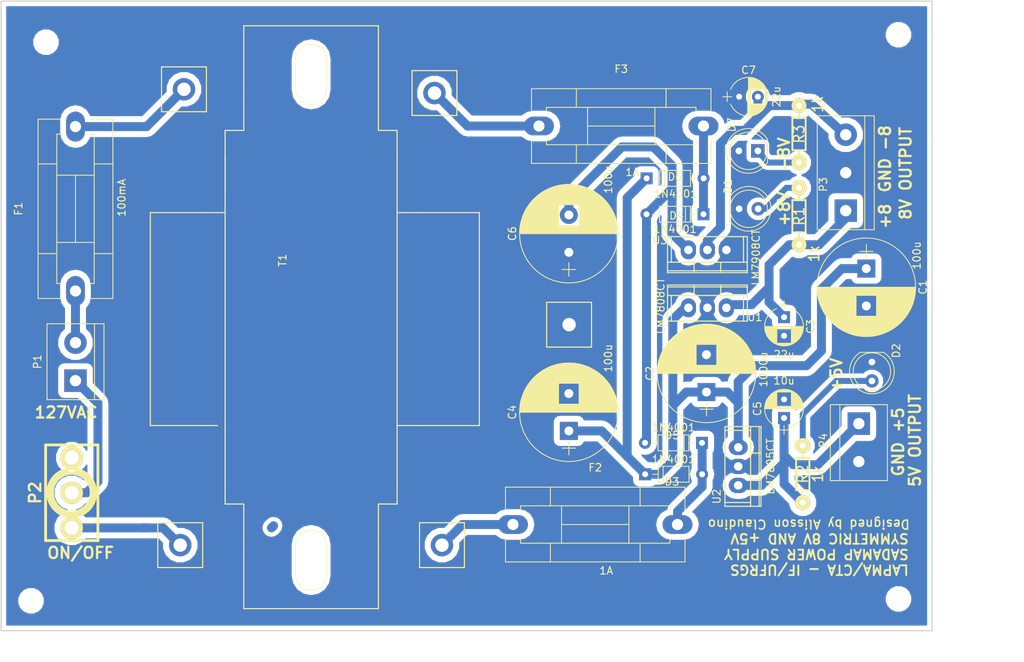
<source format=kicad_pcb>
(kicad_pcb (version 4) (host pcbnew 4.0.7-e2-6376~58~ubuntu14.04.1)
  (title_block (title "SADAMAP Power Supply") (date 2018-01-29) (rev v1) (company "LAPMA/CTA - IF/UFRGS") (comment 1 "The transformer 12+12 should have 800mA minimum current") (comment 2 "All resistores are 1/4W") (comment 3 "Projected and Designed by: Alisson Claudino"))
  (layers (0 F.Cu signal) (31 B.Cu signal) (34 B.Paste user) (35 F.Paste user) (36 B.SilkS user) (37 F.SilkS user) (38 B.Mask user) (39 F.Mask user) (44 Edge.Cuts user))
  (net 0 "")
  (net 1 +12V)
  (net 2 GND)
  (net 3 +8V)
  (net 4 +5V)
  (net 5 -12V)
  (net 6 -8V)
  (net 7 "Net-(D1-Pad2)")
  (net 8 "Net-(D2-Pad2)")
  (net 9 "Net-(D3-Pad1)")
  (net 10 "Net-(D4-Pad1)")
  (net 11 "Net-(D7-Pad1)")
  (net 12 "Net-(F1-Pad2)")
  (net 13 "Net-(F1-Pad1)")
  (net 14 "Net-(F2-Pad1)")
  (net 15 "Net-(F3-Pad1)")
  (net 16 "Net-(P1-Pad1)")
  (net 17 "Net-(P2-Pad1)")
  (module Mounting_Holes:MountingHole_2.2mm_M2 (layer F.Cu) (at 202.5 61.5 90)
    (fp_text reference REF** hide)
    (fp_text value MountingHole_2.2mm_M2 hide)
    (pad 1 np_thru_hole circle (at 0 0 90) (size 2.2 2.2) (drill 2.2) (layers *.Cu *.Mask))
  )
  (module Mounting_Holes:MountingHole_2.2mm_M2 (layer F.Cu) (at 202.5 137 90)
    (fp_text reference REF** hide)
    (fp_text value MountingHole_2.2mm_M2 hide)
    (pad 1 np_thru_hole circle (at 0 0 90) (size 2.2 2.2) (drill 2.2) (layers *.Cu *.Mask))
  )
  (module Mounting_Holes:MountingHole_2.2mm_M2 (layer F.Cu) (at 86.5 137.25 90)
    (fp_text reference REF** hide)
    (fp_text value MountingHole_2.2mm_M2 hide)
    (pad 1 np_thru_hole circle (at 0 0 90) (size 2.2 2.2) (drill 2.2) (layers *.Cu *.Mask))
  )
  (module Connectors:bornier3 (layer F.Cu) (at 195.444544 85.04264 90)
    (fp_text reference P3 (at 3.5 -3 90) (layer F.SilkS))
    (fp_text value "8V OUTPUT" (at 5 8 90) (layer F.SilkS) (effects (font (size 1.5 1.5) (thickness 0.3))))
    (pad 1 thru_hole rect (at 0 0 90) (size 3 3) (drill 1.52) (layers *.Mask B.Cu) (net 3 +8V))
    (pad 2 thru_hole circle (at 5.08 0 90) (size 3 3) (drill 1.52) (layers *.Mask B.Cu) (net 2 GND))
    (pad 3 thru_hole circle (at 10.16 0 90) (size 3 3) (drill 1.52) (layers *.Mask B.Cu) (net 6 -8V))
  )
  (module Connectors:bornier2 (layer F.Cu) (at 197.194543 113.542641 270)
    (fp_text reference P4 (at 2.25 4.75 270) (layer F.SilkS))
    (fp_text value "5V OUTPUT" (at 2.25 -7.5 270) (layer F.SilkS) (effects (font (size 1.5 1.5) (thickness 0.3))))
    (pad 1 thru_hole rect (at 0 0 270) (size 3 3) (drill 1.52) (layers *.Mask B.Cu) (net 4 +5V))
    (pad 2 thru_hole circle (at 5.08 0 270) (size 3 3) (drill 1.52) (layers *.Mask B.Cu) (net 2 GND))
  )
  (module Connectors:bornier2 (layer F.Cu) (at 92.444543 107.792641 90)
    (fp_text reference P1 (at 2.54 -5.08 90) (layer F.SilkS))
    (fp_text value 127VAC (at -4.25 -1.25 180) (layer F.SilkS) (effects (font (size 1.5 1.5) (thickness 0.3))))
    (pad 1 thru_hole rect (at 0 0 90) (size 3 3) (drill 1.52) (layers *.Mask B.Cu) (net 16 "Net-(P1-Pad1)"))
    (pad 2 thru_hole circle (at 5.08 0 90) (size 3 3) (drill 1.52) (layers *.Mask B.Cu) (net 13 "Net-(F1-Pad1)"))
  )
  (module w_pth_resistors:RC03 (layer F.Cu) (at 189.194544 85.792641 90)
    (fp_text reference R1 (at 0 0 90) (layer F.SilkS) (effects (font (size 1.397 1.27) (thickness 0.2032))))
    (fp_text value 1k (at -5 2 90) (layer F.SilkS) (effects (font (size 1.397 1.27) (thickness 0.2032))))
    (pad 1 thru_hole circle (at -3.81 0 90) (size 1.99898 1.99898) (drill 0.8001) (layers *.Mask B.Cu F.SilkS) (net 3 +8V))
    (pad 2 thru_hole circle (at 3.81 0 90) (size 1.99898 1.99898) (drill 0.8001) (layers *.Mask B.Cu F.SilkS) (net 7 "Net-(D1-Pad2)"))
  )
  (module w_pth_resistors:RC03 (layer F.Cu) (at 189.694544 120.29264 90)
    (fp_text reference R2 (at 0 0 90) (layer F.SilkS) (effects (font (size 1.397 1.27) (thickness 0.2032))))
    (fp_text value 1k (at 0 2 90) (layer F.SilkS) (effects (font (size 1.397 1.27) (thickness 0.2032))))
    (pad 1 thru_hole circle (at -3.81 0 90) (size 1.99898 1.99898) (drill 0.8001) (layers *.Mask B.Cu F.SilkS) (net 4 +5V))
    (pad 2 thru_hole circle (at 3.81 0 90) (size 1.99898 1.99898) (drill 0.8001) (layers *.Mask B.Cu F.SilkS) (net 8 "Net-(D2-Pad2)"))
  )
  (module w_pth_resistors:RC03 (layer F.Cu) (at 189.194544 74.79264 270)
    (fp_text reference R3 (at 0 0 270) (layer F.SilkS) (effects (font (size 1.397 1.27) (thickness 0.2032))))
    (fp_text value 1k (at -4 -2.5 270) (layer F.SilkS) (effects (font (size 1.397 1.27) (thickness 0.2032))))
    (pad 1 thru_hole circle (at -3.81 0 270) (size 1.99898 1.99898) (drill 0.8001) (layers *.Mask B.Cu F.SilkS) (net 6 -8V))
    (pad 2 thru_hole circle (at 3.81 0 270) (size 1.99898 1.99898) (drill 0.8001) (layers *.Mask B.Cu F.SilkS) (net 11 "Net-(D7-Pad1)"))
  )
  (module Diodes_THT:D_DO-35_SOD27_P7.62mm_Horizontal (layer F.Cu) (at 168.819543 80.717641)
    (fp_text reference D6 (at 3.8 -0.2) (layer F.SilkS))
    (fp_text value 1N4001 (at 3.8 6.8) (layer F.SilkS))
    (pad 1 thru_hole rect (at 0 0) (size 1.6 1.6) (drill 0.8) (layers *.Mask B.Cu) (net 1 +12V))
    (pad 2 thru_hole oval (at 7.62 0) (size 1.6 1.6) (drill 0.8) (layers *.Mask B.Cu) (net 10 "Net-(D4-Pad1)"))
  )
  (module Diodes_THT:D_DO-35_SOD27_P7.62mm_Horizontal (layer F.Cu) (at 168.619544 120.31764)
    (fp_text reference D5 (at 3.6 -5.2) (layer F.SilkS))
    (fp_text value 1N4001 (at 3.8 -2) (layer F.SilkS))
    (pad 1 thru_hole rect (at 0 0) (size 1.6 1.6) (drill 0.8) (layers *.Mask B.Cu) (net 1 +12V))
    (pad 2 thru_hole oval (at 7.62 0) (size 1.6 1.6) (drill 0.8) (layers *.Mask B.Cu) (net 9 "Net-(D3-Pad1)"))
  )
  (module Diodes_THT:D_DO-35_SOD27_P7.62mm_Horizontal (layer F.Cu) (at 176.419543 85.517641 180)
    (fp_text reference D4 (at 3.6 -0.2 180) (layer F.SilkS))
    (fp_text value 1N4001 (at 3.725 2.725 180) (layer F.SilkS))
    (pad 1 thru_hole rect (at 0 0 180) (size 1.6 1.6) (drill 0.8) (layers *.Mask B.Cu) (net 10 "Net-(D4-Pad1)"))
    (pad 2 thru_hole oval (at 7.62 0 180) (size 1.6 1.6) (drill 0.8) (layers *.Mask B.Cu) (net 5 -12V))
  )
  (module Diodes_THT:D_DO-35_SOD27_P7.62mm_Horizontal (layer F.Cu) (at 176.219544 116.11764 180)
    (fp_text reference D3 (at 4 -5.2 180) (layer F.SilkS))
    (fp_text value 1N4001 (at 3.81 2.06 180) (layer F.SilkS))
    (pad 1 thru_hole rect (at 0 0 180) (size 1.6 1.6) (drill 0.8) (layers *.Mask B.Cu) (net 9 "Net-(D3-Pad1)"))
    (pad 2 thru_hole oval (at 7.62 0 180) (size 1.6 1.6) (drill 0.8) (layers *.Mask B.Cu) (net 5 -12V))
  )
  (module LEDs:LED_D5.0mm (layer F.Cu) (at 183.694543 77.042641 180)
    (fp_text reference D7 (at 3.5 3.5 270) (layer F.SilkS))
    (fp_text value -8V (at -3.5 -0.5 270) (layer F.SilkS) (effects (font (size 1.5 1.5) (thickness 0.3))))
    (pad 1 thru_hole rect (at 0 0 180) (size 1.8 1.8) (drill 0.9) (layers *.Mask B.Cu) (net 11 "Net-(D7-Pad1)"))
    (pad 2 thru_hole circle (at 2.54 0 180) (size 1.8 1.8) (drill 0.9) (layers *.Mask B.Cu) (net 2 GND))
  )
  (module LEDs:LED_D5.0mm (layer F.Cu) (at 198.944544 105.292641 270)
    (fp_text reference D2 (at -1.5 -3.25 270) (layer F.SilkS))
    (fp_text value +5V (at 1.75 4.75 270) (layer F.SilkS) (effects (font (size 1.5 1.5) (thickness 0.3))))
    (pad 1 thru_hole rect (at 0 0 270) (size 1.8 1.8) (drill 0.9) (layers *.Mask B.Cu) (net 2 GND))
    (pad 2 thru_hole circle (at 2.54 0 270) (size 1.8 1.8) (drill 0.9) (layers *.Mask B.Cu) (net 8 "Net-(D2-Pad2)"))
  )
  (module LEDs:LED_D5.0mm (layer F.Cu) (at 181.194544 84.792641)
    (fp_text reference D1 (at -1.5 -3 90) (layer F.SilkS))
    (fp_text value +8V (at 6 0 90) (layer F.SilkS) (effects (font (size 1.5 1.5) (thickness 0.3))))
    (pad 1 thru_hole rect (at 0 0) (size 1.8 1.8) (drill 0.9) (layers *.Mask B.Cu) (net 2 GND))
    (pad 2 thru_hole circle (at 2.54 0) (size 1.8 1.8) (drill 0.9) (layers *.Mask B.Cu) (net 7 "Net-(D1-Pad2)"))
  )
  (module w_switch:switch_100sp5 (layer F.Cu) (at 91.944544 122.792641 90)
    (fp_text reference P2 (at 0 -4.89966 90) (layer F.SilkS) (effects (font (thickness 0.3048))))
    (fp_text value ON/OFF (at -8.05 1.175 180) (layer F.SilkS) (effects (font (size 1.5 1.5) (thickness 0.3048))))
    (pad 1 thru_hole circle (at -4.699 0 90) (size 2.9972 2.9972) (drill 1.84658) (layers *.Mask B.Cu F.SilkS) (net 17 "Net-(P2-Pad1)"))
    (pad 2 thru_hole circle (at 0 0 90) (size 2.9972 2.9972) (drill 1.84658) (layers *.Mask B.Cu F.SilkS) (net 16 "Net-(P1-Pad1)"))
    (pad 3 thru_hole circle (at 4.699 0 90) (size 2.9972 2.9972) (drill 1.84658) (layers *.Mask B.Cu F.SilkS))
  )
  (module Capacitors_THT:CP_Radial_D13.0mm_P5.00mm (layer F.Cu) (at 176.819544 109.31764 90)
    (fp_text reference C2 (at 2.5 -7.56 90) (layer F.SilkS))
    (fp_text value 1000u (at 3.025 7.625 90) (layer F.SilkS))
    (pad 1 thru_hole rect (at 0 0 90) (size 2.4 2.4) (drill 1.2) (layers *.Mask B.Cu) (net 1 +12V))
    (pad 2 thru_hole circle (at 5 0 90) (size 2.4 2.4) (drill 1.2) (layers *.Mask B.Cu) (net 2 GND))
  )
  (module Capacitors_THT:CP_Radial_D13.0mm_P5.00mm (layer F.Cu) (at 198.194544 92.79264 270)
    (fp_text reference C1 (at 2.5 -7.56 270) (layer F.SilkS))
    (fp_text value 100u (at -1.75 -6.75 270) (layer F.SilkS))
    (pad 1 thru_hole rect (at 0 0 270) (size 2.4 2.4) (drill 1.2) (layers *.Mask B.Cu) (net 1 +12V))
    (pad 2 thru_hole circle (at 5 0 270) (size 2.4 2.4) (drill 1.2) (layers *.Mask B.Cu) (net 2 GND))
  )
  (module Capacitors_THT:CP_Radial_D13.0mm_P5.00mm (layer F.Cu) (at 158.419544 114.517641 90)
    (fp_text reference C4 (at 2.5 -7.56 90) (layer F.SilkS))
    (fp_text value 100u (at 9.725 5.275 90) (layer F.SilkS))
    (pad 1 thru_hole rect (at 0 0 90) (size 2.4 2.4) (drill 1.2) (layers *.Mask B.Cu) (net 1 +12V))
    (pad 2 thru_hole circle (at 5 0 90) (size 2.4 2.4) (drill 1.2) (layers *.Mask B.Cu) (net 2 GND))
  )
  (module Capacitors_THT:CP_Radial_D13.0mm_P5.00mm (layer F.Cu) (at 158.419544 90.617641 90)
    (fp_text reference C6 (at 2.5 -7.56 90) (layer F.SilkS))
    (fp_text value 100u (at 9.725 5.275 90) (layer F.SilkS))
    (pad 1 thru_hole rect (at 0 0 90) (size 2.4 2.4) (drill 1.2) (layers *.Mask B.Cu) (net 2 GND))
    (pad 2 thru_hole circle (at 5 0 90) (size 2.4 2.4) (drill 1.2) (layers *.Mask B.Cu) (net 5 -12V))
  )
  (module Power_Integrations:TO-220 (layer F.Cu) (at 176.944544 98.042641)
    (fp_text reference U1 (at 6.35 1.27) (layer F.SilkS))
    (fp_text value LM7808CT (at -6.25 -0.25 90) (layer F.SilkS))
    (pad 2 thru_hole oval (at 0 0) (size 2.032 2.54) (drill 1.143) (layers *.Mask B.Cu) (net 2 GND))
    (pad 3 thru_hole oval (at 2.54 0) (size 2.032 2.54) (drill 1.143) (layers *.Mask B.Cu) (net 3 +8V))
    (pad 1 thru_hole oval (at -2.54 0) (size 2.032 2.54) (drill 1.143) (layers *.Mask B.Cu) (net 1 +12V))
  )
  (module Power_Integrations:TO-220 (layer F.Cu) (at 181.069544 119.267641 270)
    (fp_text reference U2 (at 4.025 2.875 270) (layer F.SilkS))
    (fp_text value LM7805CT (at 0 -4.318 270) (layer F.SilkS))
    (pad 2 thru_hole oval (at 0 0 270) (size 2.032 2.54) (drill 1.143) (layers *.Mask B.Cu) (net 2 GND))
    (pad 3 thru_hole oval (at 2.54 0 270) (size 2.032 2.54) (drill 1.143) (layers *.Mask B.Cu) (net 4 +5V))
    (pad 1 thru_hole oval (at -2.54 0 270) (size 2.032 2.54) (drill 1.143) (layers *.Mask B.Cu) (net 1 +12V))
  )
  (module Power_Integrations:TO-220 (layer F.Cu) (at 176.944544 90.29264 180)
    (fp_text reference U3 (at 6.35 1.27 180) (layer F.SilkS))
    (fp_text value LM7908CT (at -6.5 -1 270) (layer F.SilkS))
    (pad 2 thru_hole oval (at 0 0 180) (size 2.032 2.54) (drill 1.143) (layers *.Mask B.Cu) (net 6 -8V))
    (pad 3 thru_hole oval (at 2.54 0 180) (size 2.032 2.54) (drill 1.143) (layers *.Mask B.Cu) (net 5 -12V))
    (pad 1 thru_hole oval (at -2.54 0 180) (size 2.032 2.54) (drill 1.143) (layers *.Mask B.Cu) (net 2 GND))
  )
  (module Fuse_Holders_and_Fuses:Fuseholder5x20_horiz_SemiClosed_Casing10x25mm (layer F.Cu) (at 154.419543 73.717641)
    (fp_text reference F3 (at 11 -7.62) (layer F.SilkS))
    (fp_text value 1A (at 12.475 6.175) (layer F.SilkS))
    (pad 2 thru_hole oval (at 22 0 270) (size 2.5 4) (drill 1.5) (layers *.Mask B.Cu) (net 10 "Net-(D4-Pad1)"))
    (pad 1 thru_hole oval (at 0 0 270) (size 2.5 4) (drill 1.5) (layers *.Mask B.Cu) (net 15 "Net-(F3-Pad1)"))
  )
  (module Fuse_Holders_and_Fuses:Fuseholder5x20_horiz_SemiClosed_Casing10x25mm (layer F.Cu) (at 150.944544 127.042641)
    (fp_text reference F2 (at 11 -7.62) (layer F.SilkS))
    (fp_text value 1A (at 12.475 6.175) (layer F.SilkS))
    (pad 2 thru_hole oval (at 22 0 270) (size 2.5 4) (drill 1.5) (layers *.Mask B.Cu) (net 9 "Net-(D3-Pad1)"))
    (pad 1 thru_hole oval (at 0 0 270) (size 2.5 4) (drill 1.5) (layers *.Mask B.Cu) (net 14 "Net-(F2-Pad1)"))
  )
  (module Fuse_Holders_and_Fuses:Fuseholder5x20_horiz_SemiClosed_Casing10x25mm (layer F.Cu) (at 92.444544 95.792641 90)
    (fp_text reference F1 (at 11 -7.62 90) (layer F.SilkS))
    (fp_text value 100mA (at 12.475 6.175 90) (layer F.SilkS))
    (pad 2 thru_hole oval (at 22 0) (size 2.5 4) (drill 1.5) (layers *.Mask B.Cu) (net 12 "Net-(F1-Pad2)"))
    (pad 1 thru_hole oval (at 0 0) (size 2.5 4) (drill 1.5) (layers *.Mask B.Cu) (net 13 "Net-(F1-Pad1)"))
  )
  (module Capacitors_THT:CP_Radial_D5.0mm_P2.50mm (layer F.Cu) (at 187.194544 99.292641 270)
    (fp_text reference C3 (at 1.25 -3.56 270) (layer F.SilkS))
    (fp_text value 22u (at 5 0 360) (layer F.SilkS))
    (pad 1 thru_hole rect (at 0 0 270) (size 1.6 1.6) (drill 0.8) (layers *.Mask B.Cu) (net 3 +8V))
    (pad 2 thru_hole circle (at 2.5 0 270) (size 1.6 1.6) (drill 0.8) (layers *.Mask B.Cu) (net 2 GND))
  )
  (module Capacitors_THT:CP_Radial_D5.0mm_P2.50mm (layer F.Cu) (at 187.194543 112.792641 90)
    (fp_text reference C5 (at 1.25 -3.56 90) (layer F.SilkS))
    (fp_text value 10u (at 5 0 180) (layer F.SilkS))
    (pad 1 thru_hole rect (at 0 0 90) (size 1.6 1.6) (drill 0.8) (layers *.Mask B.Cu) (net 4 +5V))
    (pad 2 thru_hole circle (at 2.5 0 90) (size 1.6 1.6) (drill 0.8) (layers *.Mask B.Cu) (net 2 GND))
  )
  (module Capacitors_THT:CP_Radial_D5.0mm_P2.50mm (layer F.Cu) (at 181.194543 69.792641)
    (fp_text reference C7 (at 1.25 -3.56) (layer F.SilkS))
    (fp_text value 22u (at 5 0 90) (layer F.SilkS))
    (pad 1 thru_hole rect (at 0 0) (size 1.6 1.6) (drill 0.8) (layers *.Mask B.Cu) (net 2 GND))
    (pad 2 thru_hole circle (at 2.5 0) (size 1.6 1.6) (drill 0.8) (layers *.Mask B.Cu) (net 6 -8V))
  )
  (module Mounting_Holes:MountingHole_2.2mm_M2 (layer F.Cu) (at 88.5 62.5 90)
    (fp_text reference REF** hide)
    (fp_text value MountingHole_2.2mm_M2 hide)
    (pad 1 np_thru_hole circle (at 0 0 90) (size 2.2 2.2) (drill 2.2) (layers *.Cu *.Mask))
  )
  (module Transformers_THT:12+12V_transformer_800mA-3T (layer F.Cu) (at 123.95 99.3 270)
    (fp_text reference T1 (at -7.62 3.81 270) (layer F.SilkS))
    (fp_text value 127:12)
    (pad 5 thru_hole circle (at 30.5 17.5 270) (size 3 3) (drill 1.8) (layers *.Mask B.Cu) (net 17 "Net-(P2-Pad1)"))
    (pad 2 thru_hole circle (at 1 -34.5 270) (size 3 3) (drill 1.8) (layers *.Mask B.Cu) (net 2 GND))
    (pad "" thru_hole oval (at -32.5 0 270) (size 8 4) (drill oval 8 4) (layers *.Cu *.Mask))
    (pad 1 thru_hole circle (at -30 -16.5 270) (size 3 3) (drill 1.8) (layers *.Mask B.Cu) (net 15 "Net-(F3-Pad1)"))
    (pad 3 thru_hole circle (at 30.5 -17.5 270) (size 3 3) (drill 1.8) (layers *.Mask B.Cu) (net 14 "Net-(F2-Pad1)"))
    (pad 4 thru_hole circle (at -30.5 17 270) (size 3 3) (drill 1.8) (layers *.Mask B.Cu) (net 12 "Net-(F1-Pad2)"))
    (pad "" thru_hole oval (at 32.5 0 270) (size 8 4) (drill oval 8 4) (layers *.Cu *.Mask))
  )
  (gr_line (start 207 136.5) (end 207 141.25) (angle 90) (layer Edge.Cuts) (width 0.15))
  (gr_line (start 207 57) (end 207 136.5) (angle 90) (layer Edge.Cuts) (width 0.15))
  (gr_line (start 82.5 57) (end 207 57) (angle 90) (layer Edge.Cuts) (width 0.15))
  (gr_line (start 82.5 141.25) (end 82.5 57) (angle 90) (layer Edge.Cuts) (width 0.15))
  (gr_line (start 145.25 141.25) (end 82.5 141.25) (angle 90) (layer Edge.Cuts) (width 0.15))
  (gr_line (start 145.25 141.25) (end 207 141.25) (angle 90) (layer Edge.Cuts) (width 0.15))
  (gr_text "Designed by Alisson Claudino" (at 190.5 127 180) (layer F.SilkS) (effects (font (size 1.2 1.2) (thickness 0.2))))
  (gr_text "LAPMA/CTA - IF/UFRGS\nSADAMAP POWER SUPPLY\nSYMMETRIC 8V AND +5V" (at 204 131 180) (layer F.SilkS) (effects (font (size 1.3 1.3) (thickness 0.25)) (justify left)))
  (gr_text "GND\n" (at 202.444544 118.29264 90) (layer F.SilkS) (effects (font (size 1.5 1.5) (thickness 0.3))))
  (gr_text +5 (at 202.444543 113.042641 90) (layer F.SilkS) (effects (font (size 1.5 1.5) (thickness 0.3))))
  (gr_text GND (at 200.694543 80.292641 90) (layer F.SilkS) (effects (font (size 1.5 1.5) (thickness 0.3))))
  (gr_text -8 (at 200.694543 75.292641 90) (layer F.SilkS) (effects (font (size 1.5 1.5) (thickness 0.3))))
  (gr_text +8 (at 200.694544 85.792641 90) (layer F.SilkS) (effects (font (size 1.5 1.5) (thickness 0.3))))
  (segment (start 118.645543 127.491641) (end 118.919544 127.21764) (width 1.2) (layer B.Cu) (net 0))
  (segment (start 118.919544 127.21764) (end 118.720543 127.416641) (width 1.2) (layer B.Cu) (net 0))
  (segment (start 173.904543 98.042641) (end 172.319544 99.627641) (width 1.2) (layer B.Cu) (net 1))
  (segment (start 172.319544 99.627641) (end 172.319544 111.117641) (width 1.2) (layer B.Cu) (net 1))
  (segment (start 173.904543 98.042641) (end 174.404543 98.04264) (width 1.2) (layer B.Cu) (net 1))
  (segment (start 192.194543 103.792641) (end 192.194543 95.542641) (width 1.2) (layer B.Cu) (net 1))
  (segment (start 181.069544 110.76764) (end 181.069544 107.917641) (width 1.2) (layer B.Cu) (net 1))
  (segment (start 183.194544 105.792641) (end 181.069544 107.917641) (width 1.2) (layer B.Cu) (net 1))
  (segment (start 190.194543 105.792641) (end 183.194544 105.792641) (width 1.2) (layer B.Cu) (net 1))
  (segment (start 192.194543 103.792641) (end 190.194543 105.792641) (width 1.2) (layer B.Cu) (net 1))
  (segment (start 194.944544 92.79264) (end 198.194544 92.79264) (width 1.2) (layer B.Cu) (net 1))
  (segment (start 192.194543 95.542641) (end 194.944544 92.79264) (width 1.2) (layer B.Cu) (net 1))
  (segment (start 181.069543 116.727641) (end 181.069544 110.76764) (width 1.2) (layer B.Cu) (net 1))
  (segment (start 179.619544 109.31764) (end 176.819544 109.31764) (width 1.2) (layer B.Cu) (net 1))
  (segment (start 181.069544 110.76764) (end 179.619544 109.31764) (width 1.2) (layer B.Cu) (net 1))
  (segment (start 176.819544 109.31764) (end 174.119543 109.317641) (width 1.2) (layer B.Cu) (net 1))
  (segment (start 174.119543 109.317641) (end 172.319544 111.117641) (width 1.2) (layer B.Cu) (net 1))
  (segment (start 170.519543 120.317641) (end 168.619544 120.31764) (width 1.2) (layer B.Cu) (net 1))
  (segment (start 172.319544 111.117641) (end 172.319544 118.51764) (width 1.2) (layer B.Cu) (net 1))
  (segment (start 172.319544 118.51764) (end 170.519543 120.317641) (width 1.2) (layer B.Cu) (net 1))
  (segment (start 166.219544 117.917641) (end 162.819544 114.517641) (width 1.2) (layer B.Cu) (net 1))
  (segment (start 162.819544 114.517641) (end 158.419544 114.517641) (width 1.2) (layer B.Cu) (net 1))
  (segment (start 168.819543 80.717641) (end 166.219543 83.317641) (width 1.2) (layer B.Cu) (net 1))
  (segment (start 166.219544 117.917641) (end 168.619544 120.31764) (width 1.2) (layer B.Cu) (net 1))
  (segment (start 166.219543 83.317641) (end 166.219544 117.917641) (width 1.2) (layer B.Cu) (net 1))
  (segment (start 195.444544 85.04264) (end 195.444544 86.042641) (width 1.2) (layer B.Cu) (net 3))
  (segment (start 195.444544 86.042641) (end 191.884544 89.602641) (width 1.2) (layer B.Cu) (net 3))
  (segment (start 191.884544 89.602641) (end 189.194544 89.602641) (width 1.2) (layer B.Cu) (net 3))
  (segment (start 185.194544 95.29264) (end 185.194544 92.292641) (width 1.2) (layer B.Cu) (net 3))
  (segment (start 187.884544 89.602641) (end 189.194544 89.602641) (width 1.2) (layer B.Cu) (net 3))
  (segment (start 185.194544 92.292641) (end 187.884544 89.602641) (width 1.2) (layer B.Cu) (net 3))
  (segment (start 187.194544 99.292641) (end 185.194544 97.292641) (width 1.2) (layer B.Cu) (net 3))
  (segment (start 185.194544 97.292641) (end 185.194544 95.29264) (width 1.2) (layer B.Cu) (net 3))
  (segment (start 182.869544 97.617641) (end 179.409544 97.617641) (width 1.2) (layer B.Cu) (net 3))
  (segment (start 185.194544 95.29264) (end 182.869544 97.617641) (width 1.2) (layer B.Cu) (net 3))
  (segment (start 188.444544 119.04264) (end 191.694544 119.04264) (width 1.2) (layer B.Cu) (net 4))
  (segment (start 187.194544 117.04264) (end 187.194544 117.79264) (width 1.2) (layer B.Cu) (net 4))
  (segment (start 187.194544 117.79264) (end 188.444544 119.04264) (width 1.2) (layer B.Cu) (net 4))
  (segment (start 191.694544 119.04264) (end 197.194543 113.542641) (width 1.2) (layer B.Cu) (net 4))
  (segment (start 181.069544 121.807641) (end 184.179544 121.807641) (width 1.2) (layer B.Cu) (net 4))
  (segment (start 184.179544 121.807641) (end 187.194544 118.792641) (width 1.2) (layer B.Cu) (net 4))
  (segment (start 187.194544 118.792641) (end 187.194544 121.602641) (width 1.2) (layer B.Cu) (net 4))
  (segment (start 187.194543 112.792641) (end 187.194544 117.04264) (width 1.2) (layer B.Cu) (net 4))
  (segment (start 187.194544 117.04264) (end 187.194544 118.792641) (width 1.2) (layer B.Cu) (net 4))
  (segment (start 187.194544 121.602641) (end 189.694544 124.102641) (width 1.2) (layer B.Cu) (net 4))
  (segment (start 174.404543 90.292641) (end 172.194543 88.082641) (width 1.2) (layer B.Cu) (net 5))
  (segment (start 172.194543 86.292641) (end 172.219543 86.29264) (width 1.2) (layer B.Cu) (net 5))
  (segment (start 172.194543 88.082641) (end 172.194543 86.292641) (width 1.2) (layer B.Cu) (net 5))
  (segment (start 172.219543 86.29264) (end 172.219544 82.097641) (width 1.2) (layer B.Cu) (net 5))
  (segment (start 158.419544 85.617641) (end 158.419543 83.617641) (width 1.2) (layer B.Cu) (net 5))
  (segment (start 172.219544 82.097641) (end 168.799544 85.517641) (width 1.2) (layer B.Cu) (net 5))
  (segment (start 172.219544 79.017641) (end 172.219544 82.097641) (width 1.2) (layer B.Cu) (net 5))
  (segment (start 169.719544 76.517641) (end 172.219544 79.017641) (width 1.2) (layer B.Cu) (net 5))
  (segment (start 165.519544 76.51764) (end 169.719544 76.517641) (width 1.2) (layer B.Cu) (net 5))
  (segment (start 158.419543 83.617641) (end 165.519544 76.51764) (width 1.2) (layer B.Cu) (net 5))
  (segment (start 168.599544 116.117641) (end 168.799544 115.917641) (width 1.2) (layer B.Cu) (net 5))
  (segment (start 168.799544 115.917641) (end 168.799544 85.517641) (width 1.2) (layer B.Cu) (net 5))
  (segment (start 176.944544 90.29264) (end 176.944544 89.042641) (width 1.2) (layer B.Cu) (net 6))
  (segment (start 176.944544 89.042641) (end 178.694544 87.292641) (width 1.2) (layer B.Cu) (net 6))
  (segment (start 189.194544 70.98264) (end 185.254544 70.982641) (width 1.2) (layer B.Cu) (net 6))
  (segment (start 185.254544 70.982641) (end 183.694544 72.542641) (width 1.2) (layer B.Cu) (net 6))
  (segment (start 178.694543 76.04264) (end 180.444544 74.29264) (width 1.2) (layer B.Cu) (net 6))
  (segment (start 180.444544 74.29264) (end 181.944544 74.292641) (width 1.2) (layer B.Cu) (net 6))
  (segment (start 181.944544 74.292641) (end 183.694544 72.542641) (width 1.2) (layer B.Cu) (net 6))
  (segment (start 178.694544 87.292641) (end 178.694543 76.04264) (width 1.2) (layer B.Cu) (net 6))
  (segment (start 183.694544 72.542641) (end 183.694543 69.792641) (width 1.2) (layer B.Cu) (net 6))
  (segment (start 189.384543 70.792641) (end 190.854543 70.792641) (width 1.2) (layer B.Cu) (net 6))
  (segment (start 190.854543 70.792641) (end 195.944544 75.38264) (width 1.2) (layer B.Cu) (net 6))
  (segment (start 189.384543 70.792641) (end 189.194544 70.98264) (width 1.2) (layer B.Cu) (net 6))
  (segment (start 183.734544 84.792641) (end 184.694543 84.792641) (width 0.8) (layer B.Cu) (net 7))
  (segment (start 187.504544 81.98264) (end 189.194544 81.982641) (width 0.8) (layer B.Cu) (net 7))
  (segment (start 184.694543 84.792641) (end 187.504544 81.98264) (width 0.8) (layer B.Cu) (net 7))
  (segment (start 189.694543 116.482641) (end 189.694544 112.292641) (width 0.8) (layer B.Cu) (net 8))
  (segment (start 194.154544 107.832641) (end 198.944544 107.83264) (width 0.8) (layer B.Cu) (net 8))
  (segment (start 189.694544 112.292641) (end 194.154544 107.832641) (width 0.8) (layer B.Cu) (net 8))
  (segment (start 172.944543 127.042641) (end 172.944543 125.29264) (width 1.2) (layer B.Cu) (net 9))
  (segment (start 176.239544 121.99764) (end 176.239544 120.317641) (width 1.2) (layer B.Cu) (net 9))
  (segment (start 172.944543 125.29264) (end 176.239544 121.99764) (width 1.2) (layer B.Cu) (net 9))
  (segment (start 176.239544 120.317641) (end 176.239544 116.137641) (width 1.2) (layer B.Cu) (net 9))
  (segment (start 176.239544 116.137641) (end 176.219544 116.11764) (width 1.2) (layer B.Cu) (net 9))
  (segment (start 176.419543 85.517641) (end 176.419544 80.737641) (width 1.2) (layer B.Cu) (net 10))
  (segment (start 176.419544 80.737641) (end 176.439544 80.717641) (width 1.2) (layer B.Cu) (net 10))
  (segment (start 176.419543 73.717641) (end 176.419544 80.697641) (width 1.2) (layer B.Cu) (net 10))
  (segment (start 189.194544 78.602641) (end 185.004544 78.602641) (width 0.8) (layer B.Cu) (net 11))
  (segment (start 185.004544 78.602641) (end 183.694543 77.042641) (width 0.8) (layer B.Cu) (net 11))
  (segment (start 92.444544 73.792641) (end 101.957359 73.792641) (width 1.2) (layer B.Cu) (net 12))
  (segment (start 101.957359 73.792641) (end 106.95 68.8) (width 1.2) (layer B.Cu) (net 12))
  (segment (start 92.444544 102.712641) (end 92.444544 95.792641) (width 1.2) (layer B.Cu) (net 13))
  (segment (start 141.45 129.8) (end 144.207359 127.042641) (width 1.2) (layer B.Cu) (net 14))
  (segment (start 144.207359 127.042641) (end 150.944544 127.042641) (width 1.2) (layer B.Cu) (net 14))
  (segment (start 150.944544 127.042641) (end 150.844544 127.14264) (width 1.2) (layer B.Cu) (net 14))
  (segment (start 144.95 73.717641) (end 144.867641 73.717641) (width 1.2) (layer B.Cu) (net 15))
  (segment (start 144.867641 73.717641) (end 140.45 69.3) (width 1.2) (layer B.Cu) (net 15))
  (segment (start 144.919544 73.717641) (end 144.95 73.717641) (width 1.2) (layer B.Cu) (net 15))
  (segment (start 144.95 73.717641) (end 154.419543 73.717641) (width 1.2) (layer B.Cu) (net 15))
  (segment (start 91.944544 122.792641) (end 93.944544 122.79264) (width 1.2) (layer B.Cu) (net 16))
  (segment (start 95.444543 110.792641) (end 92.444543 107.792641) (width 1.2) (layer B.Cu) (net 16))
  (segment (start 95.444543 121.292641) (end 95.444543 110.792641) (width 1.2) (layer B.Cu) (net 16))
  (segment (start 93.944544 122.79264) (end 95.444543 121.292641) (width 1.2) (layer B.Cu) (net 16))
  (segment (start 91.694544 122.79264) (end 91.944544 122.792641) (width 0.8) (layer B.Cu) (net 16))
  (segment (start 101.5 127.491641) (end 104.141641 127.491641) (width 1.2) (layer B.Cu) (net 17))
  (segment (start 104.141641 127.491641) (end 106.45 129.8) (width 1.2) (layer B.Cu) (net 17))
  (segment (start 91.944544 127.49164) (end 101.5 127.491641) (width 1.2) (layer B.Cu) (net 17))
  (segment (start 101.5 127.491641) (end 101.895543 127.491641) (width 1.2) (layer B.Cu) (net 17))
  (segment (start 91.944544 127.49164) (end 92.143543 127.29264) (width 0.8) (layer B.Cu) (net 17))
  (zone (net 2) (net_name GND) (layer B.Cu) (connect_pads yes (clearance 0.6)) (min_thickness 0.254) (fill yes (arc_segments 16) (thermal_gap 0.508) (thermal_bridge_width 0.508))
    (polygon (pts (xy 207 141.25) (xy 82.5 141.25) (xy 82.75 57) (xy 207 57)))
  )
)
</source>
